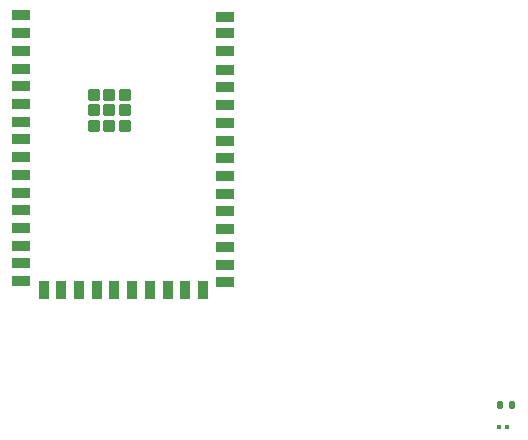
<source format=gbr>
%TF.GenerationSoftware,KiCad,Pcbnew,9.0.0*%
%TF.CreationDate,2025-04-29T10:42:49+05:30*%
%TF.ProjectId,Smart Water Heater Control,536d6172-7420-4576-9174-657220486561,rev?*%
%TF.SameCoordinates,Original*%
%TF.FileFunction,Paste,Top*%
%TF.FilePolarity,Positive*%
%FSLAX46Y46*%
G04 Gerber Fmt 4.6, Leading zero omitted, Abs format (unit mm)*
G04 Created by KiCad (PCBNEW 9.0.0) date 2025-04-29 10:42:49*
%MOMM*%
%LPD*%
G01*
G04 APERTURE LIST*
G04 Aperture macros list*
%AMRoundRect*
0 Rectangle with rounded corners*
0 $1 Rounding radius*
0 $2 $3 $4 $5 $6 $7 $8 $9 X,Y pos of 4 corners*
0 Add a 4 corners polygon primitive as box body*
4,1,4,$2,$3,$4,$5,$6,$7,$8,$9,$2,$3,0*
0 Add four circle primitives for the rounded corners*
1,1,$1+$1,$2,$3*
1,1,$1+$1,$4,$5*
1,1,$1+$1,$6,$7*
1,1,$1+$1,$8,$9*
0 Add four rect primitives between the rounded corners*
20,1,$1+$1,$2,$3,$4,$5,0*
20,1,$1+$1,$4,$5,$6,$7,0*
20,1,$1+$1,$6,$7,$8,$9,0*
20,1,$1+$1,$8,$9,$2,$3,0*%
G04 Aperture macros list end*
%ADD10RoundRect,0.250000X-0.285000X-0.285000X0.285000X-0.285000X0.285000X0.285000X-0.285000X0.285000X0*%
%ADD11R,1.500000X0.900000*%
%ADD12R,0.900000X1.500000*%
%ADD13RoundRect,0.135000X-0.135000X-0.185000X0.135000X-0.185000X0.135000X0.185000X-0.135000X0.185000X0*%
%ADD14RoundRect,0.079500X-0.079500X-0.100500X0.079500X-0.100500X0.079500X0.100500X-0.079500X0.100500X0*%
G04 APERTURE END LIST*
D10*
%TO.C,U3*%
X99155000Y-112225000D03*
X99155000Y-113555000D03*
X99155000Y-114885000D03*
X100485000Y-112225000D03*
X100485000Y-113555000D03*
X100485000Y-114885000D03*
X101815000Y-112225000D03*
X101815000Y-113555000D03*
X101815000Y-114885000D03*
D11*
X93050000Y-105515000D03*
X93050000Y-107015000D03*
X93050000Y-108515000D03*
X93050000Y-110015000D03*
X93050000Y-111515000D03*
X93050000Y-113015000D03*
X93050000Y-114515000D03*
X93050000Y-116015000D03*
X93050000Y-117515000D03*
X93050000Y-119015000D03*
X93050000Y-120515000D03*
X93050000Y-122015000D03*
X93050000Y-123515000D03*
X93050000Y-125015000D03*
X93050000Y-126515000D03*
X93050000Y-128015000D03*
D12*
X94925000Y-128765000D03*
X96425000Y-128765000D03*
X97925000Y-128765000D03*
X99425000Y-128765000D03*
X100925000Y-128765000D03*
X102425000Y-128765000D03*
X103925000Y-128765000D03*
X105425000Y-128765000D03*
X106925000Y-128765000D03*
X108425000Y-128765000D03*
D11*
X110300000Y-128115000D03*
X110300000Y-126615000D03*
X110300000Y-125115000D03*
X110300000Y-123615000D03*
X110300000Y-122115000D03*
X110300000Y-120615000D03*
X110300000Y-119115000D03*
X110300000Y-117615000D03*
X110300000Y-116115000D03*
X110300000Y-114615000D03*
X110300000Y-113115000D03*
X110300000Y-111615000D03*
X110300000Y-110115000D03*
X110300000Y-108515000D03*
X110300000Y-107015000D03*
X110300000Y-105615000D03*
%TD*%
D13*
%TO.C,R2*%
X133575000Y-138530000D03*
X134595000Y-138530000D03*
%TD*%
D14*
%TO.C,R1*%
X133510000Y-140400000D03*
X134200000Y-140400000D03*
%TD*%
M02*

</source>
